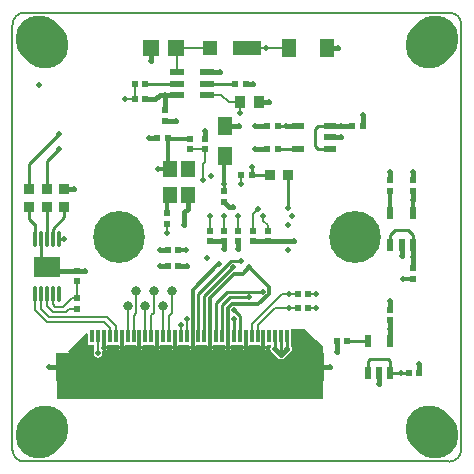
<source format=gbl>
%FSLAX44Y44*%
%MOMM*%
G71*
G01*
G75*
G04 Layer_Physical_Order=4*
G04 Layer_Color=16711680*
%ADD10R,0.4000X1.0000*%
%ADD11R,1.0000X0.4000*%
%ADD12R,0.7250X2.3500*%
%ADD13R,3.0000X2.1000*%
%ADD14R,1.6000X0.8000*%
%ADD15C,0.2000*%
%ADD16C,0.2540*%
%ADD17C,0.4000*%
%ADD18C,0.3000*%
%ADD19R,1.1000X0.4000*%
%ADD20R,1.9250X2.3500*%
%ADD21C,4.0000*%
G04:AMPARAMS|DCode=22|XSize=4.7mm|YSize=4mm|CornerRadius=2mm|HoleSize=0mm|Usage=FLASHONLY|Rotation=45.000|XOffset=0mm|YOffset=0mm|HoleType=Round|Shape=RoundedRectangle|*
%AMROUNDEDRECTD22*
21,1,4.7000,0.0000,0,0,45.0*
21,1,0.7000,4.0000,0,0,45.0*
1,1,4.0000,0.2475,0.2475*
1,1,4.0000,-0.2475,-0.2475*
1,1,4.0000,-0.2475,-0.2475*
1,1,4.0000,0.2475,0.2475*
%
%ADD22ROUNDEDRECTD22*%
G04:AMPARAMS|DCode=23|XSize=4.7mm|YSize=4mm|CornerRadius=2mm|HoleSize=0mm|Usage=FLASHONLY|Rotation=-45.000|XOffset=0mm|YOffset=0mm|HoleType=Round|Shape=RoundedRectangle|*
%AMROUNDEDRECTD23*
21,1,4.7000,0.0000,0,0,-45.0*
21,1,0.7000,4.0000,0,0,-45.0*
1,1,4.0000,0.2475,-0.2475*
1,1,4.0000,-0.2475,0.2475*
1,1,4.0000,-0.2475,0.2475*
1,1,4.0000,0.2475,-0.2475*
%
%ADD23ROUNDEDRECTD23*%
%ADD24C,0.5000*%
%ADD25C,0.5000*%
%ADD26C,3.6000*%
%ADD27R,0.5000X0.6000*%
%ADD28R,0.6000X0.5000*%
%ADD29R,1.1000X0.5000*%
%ADD30R,2.1844X2.4130*%
%ADD31R,0.3000X1.1000*%
%ADD32R,1.2700X0.5080*%
%ADD33R,2.4000X1.2500*%
%ADD34R,1.2000X1.2500*%
%ADD35R,0.5000X1.1000*%
%ADD36R,0.8890X1.0160*%
%ADD37C,0.8000*%
%ADD38R,0.8128X0.8128*%
%ADD39R,1.2000X1.4000*%
%ADD40R,1.2000X1.6000*%
%ADD41R,1.2954X1.6002*%
%ADD42R,1.3970X1.3970*%
%ADD43R,0.8128X0.8128*%
%ADD44O,0.3000X1.5000*%
%ADD45R,2.1800X1.7200*%
%ADD46C,4.4000*%
G36*
X67003Y-87002D02*
X72503Y-92502D01*
Y-97873D01*
X63710D01*
Y-109938D01*
Y-122003D01*
X72503D01*
Y-137002D01*
X-152497D01*
Y-127002D01*
Y-122003D01*
X-143710D01*
Y-109938D01*
X-142440D01*
Y-108668D01*
X-131518D01*
Y-97873D01*
X-142213D01*
X-142699Y-96699D01*
X-127170Y-81171D01*
X-125997Y-81657D01*
Y-91002D01*
X-120556D01*
Y-96781D01*
X-120794Y-97137D01*
X-121066Y-98503D01*
X-120794Y-99868D01*
X-120021Y-101026D01*
X-118863Y-101800D01*
X-117497Y-102071D01*
X-116131Y-101800D01*
X-114974Y-101026D01*
X-114200Y-99868D01*
X-113929Y-98503D01*
X-114200Y-97137D01*
X-114438Y-96781D01*
Y-96661D01*
X-113767Y-96110D01*
Y-93497D01*
X-112497D01*
Y-92227D01*
X-110339D01*
X-110409Y-92122D01*
X-109810Y-91002D01*
X-100184D01*
X-99585Y-92122D01*
X-99655Y-92227D01*
X-95339D01*
X-95409Y-92122D01*
X-94810Y-91002D01*
X-85184D01*
X-84585Y-92122D01*
X-84655Y-92227D01*
X-80339D01*
X-80409Y-92122D01*
X-79810Y-91002D01*
X-70184D01*
X-69585Y-92122D01*
X-69655Y-92227D01*
X-65339D01*
X-65409Y-92122D01*
X-64810Y-91002D01*
X-55184D01*
X-54585Y-92122D01*
X-54655Y-92227D01*
X-50339D01*
X-50409Y-92122D01*
X-49810Y-91002D01*
X-40184D01*
X-39585Y-92122D01*
X-39655Y-92227D01*
X-35339D01*
X-35409Y-92122D01*
X-34810Y-91002D01*
X-25184D01*
X-24585Y-92122D01*
X-24655Y-92227D01*
X-20339D01*
X-20409Y-92122D01*
X-19810Y-91002D01*
X-10184D01*
X-9585Y-92122D01*
X-9655Y-92227D01*
X-5339D01*
X-5409Y-92122D01*
X-4810Y-91002D01*
X4816D01*
X5415Y-92122D01*
X5345Y-92227D01*
X9661D01*
X9591Y-92122D01*
X10190Y-91002D01*
X19816D01*
X20415Y-92122D01*
X20345Y-92227D01*
X24661D01*
X24591Y-92122D01*
X25190Y-91002D01*
X29169D01*
Y-92293D01*
X28735Y-92942D01*
X28424Y-94503D01*
X28735Y-96063D01*
X29619Y-97387D01*
X34616Y-102384D01*
X35939Y-103268D01*
X37500Y-103578D01*
X39061Y-103268D01*
X40384Y-102384D01*
X45387Y-97381D01*
X46271Y-96058D01*
X46581Y-94497D01*
X46271Y-92936D01*
X45837Y-92287D01*
Y-91002D01*
X46003D01*
Y-78000D01*
X58000D01*
X67003Y-87002D01*
D02*
G37*
%LPC*%
G36*
X-83767Y-94767D02*
X-84655D01*
X-84300Y-95300D01*
X-83767Y-95655D01*
Y-94767D01*
D02*
G37*
G36*
X-95339D02*
X-96227D01*
Y-95655D01*
X-95695Y-95300D01*
X-95339Y-94767D01*
D02*
G37*
G36*
X-65339D02*
X-66227D01*
Y-95655D01*
X-65695Y-95300D01*
X-65339Y-94767D01*
D02*
G37*
G36*
X-68767D02*
X-69655D01*
X-69300Y-95300D01*
X-68767Y-95655D01*
Y-94767D01*
D02*
G37*
G36*
X-80339D02*
X-81227D01*
Y-95655D01*
X-80695Y-95300D01*
X-80339Y-94767D01*
D02*
G37*
G36*
X61170Y-111208D02*
X51518D01*
Y-122003D01*
X61170D01*
Y-111208D01*
D02*
G37*
G36*
X-131518Y-111208D02*
X-141170D01*
Y-122003D01*
X-131518D01*
Y-111208D01*
D02*
G37*
G36*
X61170Y-97873D02*
X51518D01*
Y-108668D01*
X61170D01*
Y-97873D01*
D02*
G37*
G36*
X-98767Y-94767D02*
X-99655D01*
X-99299Y-95300D01*
X-98767Y-95655D01*
Y-94767D01*
D02*
G37*
G36*
X-110339D02*
X-111227D01*
Y-95655D01*
X-110695Y-95300D01*
X-110339Y-94767D01*
D02*
G37*
G36*
X-53767D02*
X-54655D01*
X-54300Y-95300D01*
X-53767Y-95655D01*
Y-94767D01*
D02*
G37*
G36*
X6233D02*
X5345D01*
X5700Y-95300D01*
X6233Y-95655D01*
Y-94767D01*
D02*
G37*
G36*
X-5339D02*
X-6227D01*
Y-95655D01*
X-5695Y-95300D01*
X-5339Y-94767D01*
D02*
G37*
G36*
X9661D02*
X8773D01*
Y-95655D01*
X9305Y-95300D01*
X9661Y-94767D01*
D02*
G37*
G36*
X24661D02*
X23773D01*
Y-95655D01*
X24305Y-95300D01*
X24661Y-94767D01*
D02*
G37*
G36*
X21233D02*
X20345D01*
X20700Y-95300D01*
X21233Y-95655D01*
Y-94767D01*
D02*
G37*
G36*
X-8767D02*
X-9655D01*
X-9299Y-95300D01*
X-8767Y-95655D01*
Y-94767D01*
D02*
G37*
G36*
X-38767D02*
X-39655D01*
X-39300Y-95300D01*
X-38767Y-95655D01*
Y-94767D01*
D02*
G37*
G36*
X-50339D02*
X-51227D01*
Y-95655D01*
X-50695Y-95300D01*
X-50339Y-94767D01*
D02*
G37*
G36*
X-35339D02*
X-36227D01*
Y-95655D01*
X-35695Y-95300D01*
X-35339Y-94767D01*
D02*
G37*
G36*
X-20339D02*
X-21227D01*
Y-95655D01*
X-20695Y-95300D01*
X-20339Y-94767D01*
D02*
G37*
G36*
X-23767D02*
X-24655D01*
X-24299Y-95300D01*
X-23767Y-95655D01*
Y-94767D01*
D02*
G37*
%LPD*%
D15*
X-92497Y-83502D02*
Y-58497D01*
X-87497Y-66497D02*
X-85000Y-64000D01*
X-87497Y-83502D02*
Y-66497D01*
X-77763Y-58497D02*
X-77497Y-58762D01*
Y-83502D02*
Y-58762D01*
X-72497Y-66231D02*
X-70265Y-63999D01*
X-72497Y-83502D02*
Y-66231D01*
X-62497Y-83502D02*
Y-58497D01*
X-57497Y-83502D02*
Y-66497D01*
X-55000Y-64000D01*
X-47497Y-83502D02*
Y-74000D01*
X60500Y-60000D02*
X67000D01*
X60500Y-48000D02*
X67000D01*
X-42497Y-83502D02*
Y-69000D01*
X38343Y-48000D02*
X44000D01*
X12503Y-73840D02*
X38343Y-48000D01*
X44000D02*
X51500D01*
X32000Y-60000D02*
X44000D01*
X51500D01*
X12503Y-83502D02*
Y-73840D01*
X17503Y-83502D02*
Y-74497D01*
X32000Y-60000D01*
X22000Y14000D02*
X26000Y10000D01*
X22000Y14000D02*
Y17500D01*
X-58895Y3500D02*
Y11500D01*
X2619Y105000D02*
Y114000D01*
X25000Y160000D02*
X44000D01*
X8250D02*
X25000D01*
X-51205Y160000D02*
X-22500D01*
X-51000Y139500D02*
Y159795D01*
X-25000Y120500D02*
X-13500D01*
X-7000Y114000D02*
X2619D01*
X-13500Y120500D02*
X-7000Y114000D01*
X-95000Y117000D02*
X-86500D01*
X-117497Y-98503D02*
Y-83502D01*
X-86500Y117000D02*
Y130000D01*
X-135000Y-51500D02*
Y-37500D01*
X-154000Y-59000D02*
X-147000D01*
X-156000Y-57000D02*
X-154000Y-59000D01*
X-156000Y-57000D02*
Y-48000D01*
X-147000Y-59000D02*
X-139500Y-51500D01*
X-135000D01*
X-145000Y-63000D02*
X-142500Y-60500D01*
X-135000D01*
X-156000Y-63000D02*
X-145000D01*
X-161000Y-58000D02*
X-156000Y-63000D01*
X-161000Y-58000D02*
Y-48000D01*
X-112757Y-72000D02*
X-107497Y-77260D01*
X-161000Y-72000D02*
X-112757D01*
X-107497Y-83502D02*
Y-77260D01*
X-171000Y-62000D02*
Y-48000D01*
Y-62000D02*
X-161000Y-72000D01*
X-110000Y-68000D02*
X-102497Y-75503D01*
X-166000Y-61000D02*
Y-48000D01*
X-102497Y-83502D02*
Y-75503D01*
X-159000Y-68000D02*
X-110000D01*
X-166000Y-61000D02*
X-159000Y-68000D01*
X-85000Y-64000D02*
Y-48000D01*
X-70265Y-63999D02*
Y-47999D01*
X-55000Y-64000D02*
Y-48000D01*
X14000Y5500D02*
Y20000D01*
X17500Y23500D01*
X26000Y5500D02*
Y10000D01*
X-40000Y74500D02*
X-27000D01*
Y64000D02*
Y74500D01*
X-28858Y62142D02*
X-27000Y64000D01*
X-28858Y48517D02*
Y62142D01*
X3500Y45000D02*
Y52500D01*
X-11000Y5500D02*
Y17500D01*
X1000Y5500D02*
Y17500D01*
X-23000Y5500D02*
Y17500D01*
X-189914Y-180000D02*
G03*
X-179914Y-190000I10000J0D01*
G01*
X-179914Y190000D02*
G03*
X-189914Y180000I0J-10000D01*
G01*
X179914Y-190000D02*
G03*
X189914Y-180000I0J10000D01*
G01*
X190000Y180000D02*
G03*
X180000Y190000I-10000J0D01*
G01*
X-179914Y189914D02*
X180000Y189914D01*
X-179914Y-189914D02*
X179914Y-189914D01*
X-190000Y-180000D02*
Y180000D01*
X190000Y-180000D02*
Y180000D01*
D16*
X37503Y-99500D02*
Y-83502D01*
X-8230Y-46230D02*
X21701D01*
X-17497Y-55497D02*
X-8230Y-46230D01*
X-17497Y-83502D02*
Y-55497D01*
X-6066Y-51000D02*
X10000D01*
X-12497Y-57431D02*
X-6066Y-51000D01*
X-12497Y-83502D02*
Y-57431D01*
X2503Y-83502D02*
Y-67000D01*
X-2497Y-62000D02*
X2503Y-67000D01*
X-27497Y-49497D02*
X-3500Y-25500D01*
X-32497Y-47751D02*
X-5246Y-20500D01*
X-27497Y-83502D02*
Y-49497D01*
X-32497Y-83502D02*
Y-47751D01*
X-2497Y-83502D02*
Y-69000D01*
X-5246Y-20500D02*
X3500D01*
X128000Y-103000D02*
X130000Y-105000D01*
X113000Y-103000D02*
X128000D01*
X111000Y-105000D02*
X113000Y-103000D01*
X111000Y-115000D02*
Y-105000D01*
X130000Y-115000D02*
Y-105000D01*
X-10500Y38750D02*
Y45000D01*
X42503Y-94497D02*
Y-83502D01*
X32503Y-94503D02*
Y-83502D01*
X-25000Y130000D02*
X-1500D01*
X-161000Y40620D02*
Y64500D01*
X-150750Y74750D01*
X-176000Y40620D02*
Y61750D01*
X-150750Y87000D01*
X139000Y-115000D02*
X145500D01*
X130000D02*
X139000D01*
X93500Y-88000D02*
X111000D01*
X145000Y6000D02*
X149000Y2000D01*
X134000Y6000D02*
X145000D01*
X130000Y2000D02*
X134000Y6000D01*
X130000Y-6500D02*
Y2000D01*
X149000Y-6500D02*
Y2000D01*
X43500Y24500D02*
Y53000D01*
X69000Y94000D02*
X79000D01*
X66500Y91500D02*
X69000Y94000D01*
X66500Y77500D02*
Y91500D01*
Y77500D02*
X69000Y75000D01*
X79000D01*
X34500D02*
X52000D01*
X34500Y94000D02*
X42000D01*
X-77500Y130000D02*
X-51000D01*
X-146000Y17000D02*
Y25380D01*
X-156000Y7000D02*
X-146000Y17000D01*
X-156000Y-2000D02*
Y7000D01*
X-161000Y25380D02*
X-161000Y25380D01*
X-161000Y-2000D02*
Y25380D01*
X-171000Y10000D02*
Y11096D01*
Y-2000D02*
Y10000D01*
X-176000Y15000D02*
Y25380D01*
Y15000D02*
X-171000Y10000D01*
X-151000Y-2000D02*
X-146000D01*
X-166000Y-20000D02*
Y-2000D01*
X12500Y52500D02*
X28380D01*
X12500D02*
Y59500D01*
D17*
X148920Y-25500D02*
Y-17000D01*
X37500Y-99500D02*
X42503Y-94497D01*
X1000Y-10000D02*
Y-3500D01*
X26000D02*
X48500D01*
X14000D02*
X26000D01*
X-65500Y-24500D02*
X-58500D01*
X-44500Y10500D02*
Y21000D01*
X-41500Y24000D01*
Y36000D01*
X-6250Y25500D02*
X-3500D01*
X-10500Y29750D02*
X-6250Y25500D01*
X-74000Y84000D02*
X-67500D01*
X-72795Y149205D02*
Y160000D01*
X32503Y-94503D02*
X37500Y-99500D01*
X76000Y160000D02*
X86000D01*
X-25000Y139500D02*
X-14500D01*
X7500Y130000D02*
X14000D01*
X18621Y114000D02*
X27000D01*
X-61000Y98500D02*
X-51500D01*
X-69000Y117000D02*
X-65500Y120500D01*
X-61000D01*
X-51000D01*
X-61000Y107500D02*
Y120500D01*
X106500Y94000D02*
Y103000D01*
X130000Y-78000D02*
Y-70500D01*
Y-88000D02*
Y-78000D01*
X84500Y-97000D02*
Y-88000D01*
X130000Y-61500D02*
Y-54000D01*
X154500Y-115000D02*
Y-107500D01*
X120500Y-124500D02*
Y-115000D01*
X149000Y-17000D02*
Y-6500D01*
Y31500D02*
Y39000D01*
X130000Y48000D02*
Y55500D01*
X149000Y48000D02*
Y55500D01*
X139500Y-16000D02*
Y-6500D01*
X79000Y84500D02*
X88500D01*
X79000Y94000D02*
X88500D01*
X15500D02*
X25500D01*
X15500Y75000D02*
X23000D01*
X42000Y94000D02*
X52000D01*
X-77500Y117000D02*
X-69000D01*
X-157500Y-28500D02*
X-135000D01*
X-128498D01*
X-10000Y93700D02*
X1700D01*
X-27000Y83500D02*
Y90000D01*
X-65500Y-10500D02*
X-58500D01*
X-158938Y-109938D02*
X-142440D01*
X62440Y-109938D02*
X78938D01*
X-23000Y-3500D02*
X-11000D01*
Y-10000D02*
Y-3500D01*
X-146000Y40620D02*
X-137620D01*
X88500Y94000D02*
X97500D01*
X-49500Y-24500D02*
X-42500D01*
D18*
X27000Y-48002D02*
Y-42000D01*
X-4338Y-56770D02*
X18232D01*
X27000Y-48002D01*
X10500Y-25500D02*
X27000Y-42000D01*
X-7497Y-59929D02*
X-4338Y-56770D01*
X-7497Y-83502D02*
Y-59929D01*
X-2166Y-31000D02*
X5000D01*
X-22497Y-83502D02*
Y-51331D01*
X-2166Y-31000D01*
X-16000Y-23000D02*
X-15000D01*
X-37497Y-44497D02*
X-16000Y-23000D01*
X-37497Y-83502D02*
Y-44497D01*
X5000Y-31000D02*
X10500Y-25500D01*
X-67000Y58000D02*
X-56500D01*
X-58895Y20500D02*
Y38746D01*
X-57500Y83500D02*
X-40000D01*
X149000Y20500D02*
Y31500D01*
X130000Y20500D02*
Y39000D01*
X140420Y-35500D02*
X148920D01*
X-112497Y-93497D02*
Y-83502D01*
X-97497Y-93497D02*
Y-83502D01*
X-82497Y-93497D02*
Y-83502D01*
X-67497Y-93497D02*
Y-83502D01*
X-52497Y-93497D02*
Y-83502D01*
X-37497Y-93497D02*
Y-83502D01*
X-22497Y-93497D02*
Y-83502D01*
X-7497Y-93497D02*
Y-83502D01*
X7503Y-93497D02*
Y-83502D01*
X22503Y-93497D02*
Y-83502D01*
X-58157Y61000D02*
Y82657D01*
X-10500Y45000D02*
Y68300D01*
X-49500Y-10500D02*
X-42888D01*
D22*
X165000Y165000D02*
D03*
X-165000Y-165000D02*
D03*
D23*
X165000D02*
D03*
X-165000Y165000D02*
D03*
D24*
X106500Y103000D02*
D03*
X67000Y-60000D02*
D03*
X-47497Y-74000D02*
D03*
X67000Y-48000D02*
D03*
X-42497Y-69000D02*
D03*
X44000Y-60000D02*
D03*
Y-48000D02*
D03*
X21701Y-46230D02*
D03*
X10000Y-51000D02*
D03*
X1000Y-10000D02*
D03*
X48500Y-3500D02*
D03*
X-23000Y17500D02*
D03*
X-65500Y-24500D02*
D03*
X-58895Y3500D02*
D03*
X-74000Y84000D02*
D03*
X-72795Y149205D02*
D03*
X37500Y-99500D02*
D03*
X42503Y-94497D02*
D03*
X32503Y-94503D02*
D03*
X86000Y160000D02*
D03*
X-14500Y139500D02*
D03*
X14000Y130000D02*
D03*
X27000Y114000D02*
D03*
X2619Y105000D02*
D03*
X-51500Y98500D02*
D03*
X25000Y160000D02*
D03*
X-167750Y128750D02*
D03*
X130000Y-78000D02*
D03*
X149000Y-17000D02*
D03*
X43500Y24500D02*
D03*
X149000Y31500D02*
D03*
X-95000Y117000D02*
D03*
X-117497Y-98503D02*
D03*
X-61000Y120500D02*
D03*
X-150750Y74750D02*
D03*
Y87000D02*
D03*
X-146000Y-2000D02*
D03*
X-128498Y-28500D02*
D03*
X1700Y93700D02*
D03*
X-27000Y90000D02*
D03*
X-22000Y52000D02*
D03*
X-65500Y-10500D02*
D03*
X47069Y17500D02*
D03*
X43500Y10500D02*
D03*
X42000Y94000D02*
D03*
X-158938Y-109938D02*
D03*
X78938Y-109938D02*
D03*
X139500Y-16000D02*
D03*
X88500Y84500D02*
D03*
X120500Y-124500D02*
D03*
X-15000Y-23000D02*
D03*
X-11000Y-10000D02*
D03*
X-112497Y-93497D02*
D03*
X-97497D02*
D03*
X-82497D02*
D03*
X-67497D02*
D03*
X-52497D02*
D03*
X-37497D02*
D03*
X-22497D02*
D03*
X3500Y-20500D02*
D03*
X-3500Y-25500D02*
D03*
X-7497Y-93497D02*
D03*
X-2497Y-69000D02*
D03*
Y-62000D02*
D03*
X7503Y-93497D02*
D03*
X22503D02*
D03*
X22000Y17500D02*
D03*
X17500Y23500D02*
D03*
X-137620Y40620D02*
D03*
X15500Y94000D02*
D03*
Y75000D02*
D03*
X154500Y-107500D02*
D03*
X130000Y55500D02*
D03*
X149000D02*
D03*
X130000Y-54000D02*
D03*
X140420Y-35500D02*
D03*
X84500Y-97000D02*
D03*
X-25500Y-17500D02*
D03*
X-42500Y-24500D02*
D03*
X10500Y-25500D02*
D03*
X43500Y-10500D02*
D03*
X12500Y59500D02*
D03*
X-67000Y58000D02*
D03*
X-44500Y10500D02*
D03*
X-28858Y48517D02*
D03*
X3500Y45000D02*
D03*
X-3500Y25500D02*
D03*
X-10500Y45000D02*
D03*
X1000Y17500D02*
D03*
X-11000D02*
D03*
X-42888Y-10500D02*
D03*
X139000Y-115000D02*
D03*
X88500Y94000D02*
D03*
D27*
X60500Y-60000D02*
D03*
X51500D02*
D03*
Y-48000D02*
D03*
X60500D02*
D03*
X-67500Y84000D02*
D03*
X-58500D02*
D03*
X154500Y-115000D02*
D03*
X145500D02*
D03*
X84500Y-88000D02*
D03*
X93500D02*
D03*
X106500Y94000D02*
D03*
X97500D02*
D03*
X25500Y75000D02*
D03*
X34500D02*
D03*
X25500Y94000D02*
D03*
X34500D02*
D03*
X-77500Y117000D02*
D03*
X-86500D02*
D03*
X-77500Y130000D02*
D03*
X-86500D02*
D03*
X-58500Y-24500D02*
D03*
X-49500D02*
D03*
X-58500Y-10500D02*
D03*
X-49500D02*
D03*
X-1500Y130000D02*
D03*
X7500D02*
D03*
X3500Y52500D02*
D03*
X12500D02*
D03*
D28*
X-58895Y11500D02*
D03*
Y20500D02*
D03*
X-10500Y29750D02*
D03*
Y38750D02*
D03*
X130000Y-61500D02*
D03*
Y-70500D02*
D03*
X149000Y48000D02*
D03*
Y39000D02*
D03*
X130000Y48000D02*
D03*
Y39000D02*
D03*
X148920Y-35500D02*
D03*
Y-26500D02*
D03*
X-135000Y-37500D02*
D03*
Y-28500D02*
D03*
Y-60500D02*
D03*
Y-51500D02*
D03*
X26000Y-3500D02*
D03*
Y5500D02*
D03*
X14000D02*
D03*
Y-3500D02*
D03*
X-40000Y74500D02*
D03*
Y83500D02*
D03*
X-11000Y-3500D02*
D03*
Y5500D02*
D03*
X-23000Y-3500D02*
D03*
Y5500D02*
D03*
X-27000Y83500D02*
D03*
Y74500D02*
D03*
X-61000Y107500D02*
D03*
Y98500D02*
D03*
X1000Y-3500D02*
D03*
Y5500D02*
D03*
D29*
X52000Y94000D02*
D03*
Y75000D02*
D03*
X79000D02*
D03*
Y84500D02*
D03*
Y94000D02*
D03*
D30*
X-142440Y-109938D02*
D03*
X62440Y-109938D02*
D03*
D31*
X-122497Y-83502D02*
D03*
X-117497D02*
D03*
X-112497D02*
D03*
X-107497D02*
D03*
X-102497D02*
D03*
X-97497D02*
D03*
X-92497D02*
D03*
X-87497D02*
D03*
X-82497D02*
D03*
X-77497D02*
D03*
X-72497D02*
D03*
X-67497D02*
D03*
X-62497D02*
D03*
X-57497D02*
D03*
X-52497D02*
D03*
X-47497D02*
D03*
X-42497D02*
D03*
X-37497D02*
D03*
X-32497D02*
D03*
X-27497D02*
D03*
X-22497D02*
D03*
X-17497D02*
D03*
X-12497D02*
D03*
X-7497D02*
D03*
X-2497D02*
D03*
X2503D02*
D03*
X7503D02*
D03*
X12503D02*
D03*
X17503D02*
D03*
X22503D02*
D03*
X27503D02*
D03*
X32503D02*
D03*
X37503D02*
D03*
X42503D02*
D03*
D32*
X-25000Y120500D02*
D03*
Y130000D02*
D03*
Y139500D02*
D03*
X-51000D02*
D03*
Y130000D02*
D03*
Y120500D02*
D03*
D33*
X8250Y160000D02*
D03*
D34*
X-22500D02*
D03*
D35*
X130000Y-88000D02*
D03*
X111000D02*
D03*
Y-115000D02*
D03*
X120500D02*
D03*
X130000D02*
D03*
X149000Y20500D02*
D03*
X130000D02*
D03*
Y-6500D02*
D03*
X139500D02*
D03*
X149000D02*
D03*
D36*
X2619Y114000D02*
D03*
X18621D02*
D03*
D37*
X-92497Y-58497D02*
D03*
X-62497D02*
D03*
X-55000Y-46000D02*
D03*
X-85000D02*
D03*
X-77763Y-58497D02*
D03*
X-70265Y-46000D02*
D03*
D38*
X-146000Y40620D02*
D03*
Y25380D02*
D03*
X-176000Y40620D02*
D03*
Y25380D02*
D03*
X-161000Y40620D02*
D03*
Y25380D02*
D03*
D39*
X-41500Y58000D02*
D03*
Y36000D02*
D03*
X-56500D02*
D03*
Y58000D02*
D03*
D40*
X44000Y160000D02*
D03*
X76000D02*
D03*
D41*
X-10000Y93700D02*
D03*
Y68300D02*
D03*
D42*
X-51205Y160000D02*
D03*
X-72795D02*
D03*
D43*
X28380Y53000D02*
D03*
X43620D02*
D03*
D44*
X-171000Y-2000D02*
D03*
X-166000D02*
D03*
X-161000D02*
D03*
X-156000D02*
D03*
X-151000D02*
D03*
Y-48000D02*
D03*
X-156000D02*
D03*
X-161000D02*
D03*
X-166000D02*
D03*
X-171000D02*
D03*
D45*
X-161000Y-25000D02*
D03*
D46*
X-100000Y0D02*
D03*
X100000D02*
D03*
M02*

</source>
